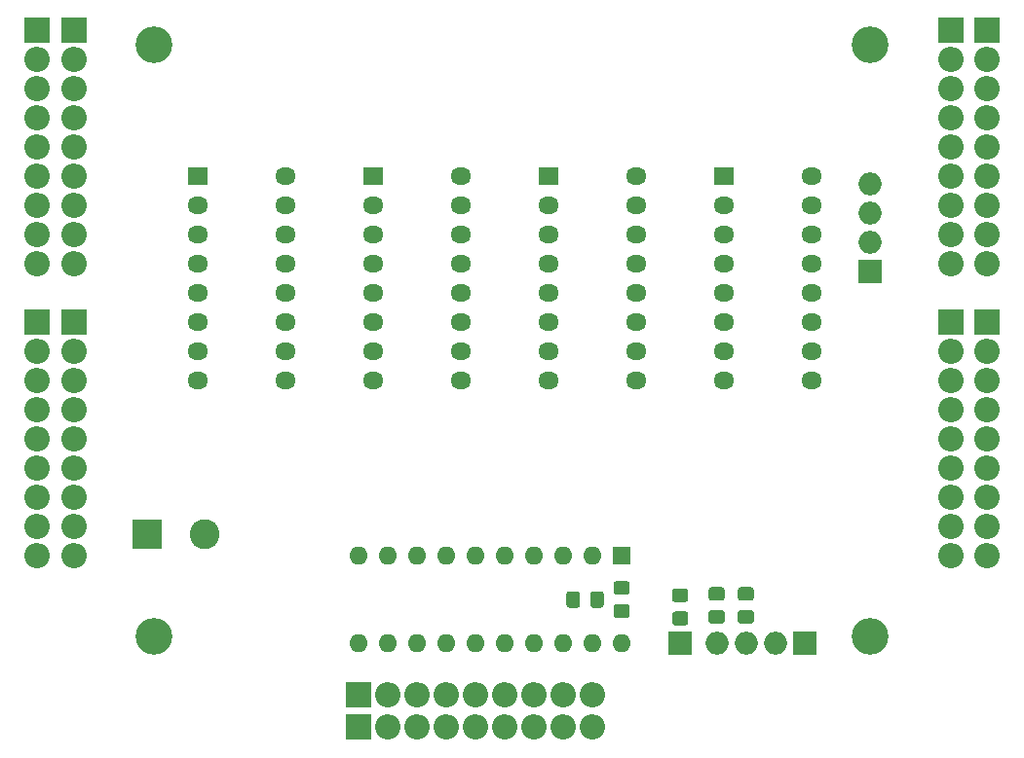
<source format=gbr>
%TF.GenerationSoftware,KiCad,Pcbnew,(5.1.8)-1*%
%TF.CreationDate,2023-07-01T01:21:54+03:00*%
%TF.ProjectId,MUX4x1,4d555834-7831-42e6-9b69-6361645f7063,rev?*%
%TF.SameCoordinates,Original*%
%TF.FileFunction,Soldermask,Bot*%
%TF.FilePolarity,Negative*%
%FSLAX46Y46*%
G04 Gerber Fmt 4.6, Leading zero omitted, Abs format (unit mm)*
G04 Created by KiCad (PCBNEW (5.1.8)-1) date 2023-07-01 01:21:54*
%MOMM*%
%LPD*%
G01*
G04 APERTURE LIST*
%ADD10O,2.000000X2.000000*%
%ADD11R,2.000000X2.000000*%
%ADD12C,3.200000*%
%ADD13O,2.200000X2.200000*%
%ADD14R,2.200000X2.200000*%
%ADD15O,1.800000X1.500000*%
%ADD16R,1.800000X1.500000*%
%ADD17R,2.600000X2.600000*%
%ADD18C,2.600000*%
%ADD19R,1.600000X1.600000*%
%ADD20O,1.600000X1.600000*%
G04 APERTURE END LIST*
%TO.C,R6*%
G36*
G01*
X133165001Y-110598000D02*
X132264999Y-110598000D01*
G75*
G02*
X132015000Y-110348001I0J249999D01*
G01*
X132015000Y-109647999D01*
G75*
G02*
X132264999Y-109398000I249999J0D01*
G01*
X133165001Y-109398000D01*
G75*
G02*
X133415000Y-109647999I0J-249999D01*
G01*
X133415000Y-110348001D01*
G75*
G02*
X133165001Y-110598000I-249999J0D01*
G01*
G37*
G36*
G01*
X133165001Y-112598000D02*
X132264999Y-112598000D01*
G75*
G02*
X132015000Y-112348001I0J249999D01*
G01*
X132015000Y-111647999D01*
G75*
G02*
X132264999Y-111398000I249999J0D01*
G01*
X133165001Y-111398000D01*
G75*
G02*
X133415000Y-111647999I0J-249999D01*
G01*
X133415000Y-112348001D01*
G75*
G02*
X133165001Y-112598000I-249999J0D01*
G01*
G37*
%TD*%
D10*
%TO.C,J14*%
X132715000Y-114300000D03*
X135255000Y-114300000D03*
X137795000Y-114300000D03*
D11*
X140335000Y-114300000D03*
%TD*%
D10*
%TO.C,J7*%
X146050000Y-74295000D03*
X146050000Y-76835000D03*
X146050000Y-79375000D03*
D11*
X146050000Y-81915000D03*
%TD*%
D12*
%TO.C,H4*%
X146050000Y-62230000D03*
%TD*%
%TO.C,R5*%
G36*
G01*
X129089999Y-111525000D02*
X129990001Y-111525000D01*
G75*
G02*
X130240000Y-111774999I0J-249999D01*
G01*
X130240000Y-112475001D01*
G75*
G02*
X129990001Y-112725000I-249999J0D01*
G01*
X129089999Y-112725000D01*
G75*
G02*
X128840000Y-112475001I0J249999D01*
G01*
X128840000Y-111774999D01*
G75*
G02*
X129089999Y-111525000I249999J0D01*
G01*
G37*
G36*
G01*
X129089999Y-109525000D02*
X129990001Y-109525000D01*
G75*
G02*
X130240000Y-109774999I0J-249999D01*
G01*
X130240000Y-110475001D01*
G75*
G02*
X129990001Y-110725000I-249999J0D01*
G01*
X129089999Y-110725000D01*
G75*
G02*
X128840000Y-110475001I0J249999D01*
G01*
X128840000Y-109774999D01*
G75*
G02*
X129089999Y-109525000I249999J0D01*
G01*
G37*
%TD*%
D11*
%TO.C,J13*%
X129540000Y-114300000D03*
%TD*%
%TO.C,C3*%
G36*
G01*
X120835000Y-110015000D02*
X120835000Y-110965000D01*
G75*
G02*
X120585000Y-111215000I-250000J0D01*
G01*
X119910000Y-111215000D01*
G75*
G02*
X119660000Y-110965000I0J250000D01*
G01*
X119660000Y-110015000D01*
G75*
G02*
X119910000Y-109765000I250000J0D01*
G01*
X120585000Y-109765000D01*
G75*
G02*
X120835000Y-110015000I0J-250000D01*
G01*
G37*
G36*
G01*
X122910000Y-110015000D02*
X122910000Y-110965000D01*
G75*
G02*
X122660000Y-111215000I-250000J0D01*
G01*
X121985000Y-111215000D01*
G75*
G02*
X121735000Y-110965000I0J250000D01*
G01*
X121735000Y-110015000D01*
G75*
G02*
X121985000Y-109765000I250000J0D01*
G01*
X122660000Y-109765000D01*
G75*
G02*
X122910000Y-110015000I0J-250000D01*
G01*
G37*
%TD*%
D12*
%TO.C,H3*%
X83820000Y-113665000D03*
%TD*%
D13*
%TO.C,J12*%
X121920000Y-121602500D03*
X119380000Y-121602500D03*
X116840000Y-121602500D03*
X114300000Y-121602500D03*
X111760000Y-121602500D03*
X109220000Y-121602500D03*
X106680000Y-121602500D03*
X104140000Y-121602500D03*
D14*
X101600000Y-121602500D03*
%TD*%
D13*
%TO.C,J11*%
X156210000Y-81280000D03*
X156210000Y-78740000D03*
X156210000Y-76200000D03*
X156210000Y-73660000D03*
X156210000Y-71120000D03*
X156210000Y-68580000D03*
X156210000Y-66040000D03*
X156210000Y-63500000D03*
D14*
X156210000Y-60960000D03*
%TD*%
D13*
%TO.C,J10*%
X73660000Y-81280000D03*
X73660000Y-78740000D03*
X73660000Y-76200000D03*
X73660000Y-73660000D03*
X73660000Y-71120000D03*
X73660000Y-68580000D03*
X73660000Y-66040000D03*
X73660000Y-63500000D03*
D14*
X73660000Y-60960000D03*
%TD*%
D13*
%TO.C,J9*%
X156210000Y-106680000D03*
X156210000Y-104140000D03*
X156210000Y-101600000D03*
X156210000Y-99060000D03*
X156210000Y-96520000D03*
X156210000Y-93980000D03*
X156210000Y-91440000D03*
X156210000Y-88900000D03*
D14*
X156210000Y-86360000D03*
%TD*%
D13*
%TO.C,J8*%
X73660000Y-106680000D03*
X73660000Y-104140000D03*
X73660000Y-101600000D03*
X73660000Y-99060000D03*
X73660000Y-96520000D03*
X73660000Y-93980000D03*
X73660000Y-91440000D03*
X73660000Y-88900000D03*
D14*
X73660000Y-86360000D03*
%TD*%
D15*
%TO.C,U2*%
X110490000Y-73660000D03*
X102870000Y-91440000D03*
X110490000Y-76200000D03*
X102870000Y-88900000D03*
X110490000Y-78740000D03*
X102870000Y-86360000D03*
X110490000Y-81280000D03*
X102870000Y-83820000D03*
X110490000Y-83820000D03*
X102870000Y-81280000D03*
X110490000Y-86360000D03*
X102870000Y-78740000D03*
X110490000Y-88900000D03*
X102870000Y-76200000D03*
X110490000Y-91440000D03*
D16*
X102870000Y-73660000D03*
%TD*%
%TO.C,R1*%
G36*
G01*
X135705001Y-110598000D02*
X134804999Y-110598000D01*
G75*
G02*
X134555000Y-110348001I0J249999D01*
G01*
X134555000Y-109647999D01*
G75*
G02*
X134804999Y-109398000I249999J0D01*
G01*
X135705001Y-109398000D01*
G75*
G02*
X135955000Y-109647999I0J-249999D01*
G01*
X135955000Y-110348001D01*
G75*
G02*
X135705001Y-110598000I-249999J0D01*
G01*
G37*
G36*
G01*
X135705001Y-112598000D02*
X134804999Y-112598000D01*
G75*
G02*
X134555000Y-112348001I0J249999D01*
G01*
X134555000Y-111647999D01*
G75*
G02*
X134804999Y-111398000I249999J0D01*
G01*
X135705001Y-111398000D01*
G75*
G02*
X135955000Y-111647999I0J-249999D01*
G01*
X135955000Y-112348001D01*
G75*
G02*
X135705001Y-112598000I-249999J0D01*
G01*
G37*
%TD*%
D12*
%TO.C,H1*%
X83820000Y-62230000D03*
%TD*%
%TO.C,H2*%
X146050000Y-113665000D03*
%TD*%
D17*
%TO.C,J1*%
X83185000Y-104775000D03*
D18*
X88185000Y-104775000D03*
%TD*%
D14*
%TO.C,J2*%
X76835000Y-86360000D03*
D13*
X76835000Y-88900000D03*
X76835000Y-91440000D03*
X76835000Y-93980000D03*
X76835000Y-96520000D03*
X76835000Y-99060000D03*
X76835000Y-101600000D03*
X76835000Y-104140000D03*
X76835000Y-106680000D03*
%TD*%
%TO.C,J3*%
X153035000Y-106680000D03*
X153035000Y-104140000D03*
X153035000Y-101600000D03*
X153035000Y-99060000D03*
X153035000Y-96520000D03*
X153035000Y-93980000D03*
X153035000Y-91440000D03*
X153035000Y-88900000D03*
D14*
X153035000Y-86360000D03*
%TD*%
%TO.C,J4*%
X76835000Y-60960000D03*
D13*
X76835000Y-63500000D03*
X76835000Y-66040000D03*
X76835000Y-68580000D03*
X76835000Y-71120000D03*
X76835000Y-73660000D03*
X76835000Y-76200000D03*
X76835000Y-78740000D03*
X76835000Y-81280000D03*
%TD*%
%TO.C,J5*%
X153035000Y-81280000D03*
X153035000Y-78740000D03*
X153035000Y-76200000D03*
X153035000Y-73660000D03*
X153035000Y-71120000D03*
X153035000Y-68580000D03*
X153035000Y-66040000D03*
X153035000Y-63500000D03*
D14*
X153035000Y-60960000D03*
%TD*%
%TO.C,J6*%
X101600000Y-118745000D03*
D13*
X104140000Y-118745000D03*
X106680000Y-118745000D03*
X109220000Y-118745000D03*
X111760000Y-118745000D03*
X114300000Y-118745000D03*
X116840000Y-118745000D03*
X119380000Y-118745000D03*
X121920000Y-118745000D03*
%TD*%
D16*
%TO.C,U1*%
X87630000Y-73660000D03*
D15*
X95250000Y-91440000D03*
X87630000Y-76200000D03*
X95250000Y-88900000D03*
X87630000Y-78740000D03*
X95250000Y-86360000D03*
X87630000Y-81280000D03*
X95250000Y-83820000D03*
X87630000Y-83820000D03*
X95250000Y-81280000D03*
X87630000Y-86360000D03*
X95250000Y-78740000D03*
X87630000Y-88900000D03*
X95250000Y-76200000D03*
X87630000Y-91440000D03*
X95250000Y-73660000D03*
%TD*%
D16*
%TO.C,U3*%
X118110000Y-73660000D03*
D15*
X125730000Y-91440000D03*
X118110000Y-76200000D03*
X125730000Y-88900000D03*
X118110000Y-78740000D03*
X125730000Y-86360000D03*
X118110000Y-81280000D03*
X125730000Y-83820000D03*
X118110000Y-83820000D03*
X125730000Y-81280000D03*
X118110000Y-86360000D03*
X125730000Y-78740000D03*
X118110000Y-88900000D03*
X125730000Y-76200000D03*
X118110000Y-91440000D03*
X125730000Y-73660000D03*
%TD*%
%TO.C,U4*%
X140970000Y-73660000D03*
X133350000Y-91440000D03*
X140970000Y-76200000D03*
X133350000Y-88900000D03*
X140970000Y-78740000D03*
X133350000Y-86360000D03*
X140970000Y-81280000D03*
X133350000Y-83820000D03*
X140970000Y-83820000D03*
X133350000Y-81280000D03*
X140970000Y-86360000D03*
X133350000Y-78740000D03*
X140970000Y-88900000D03*
X133350000Y-76200000D03*
X140970000Y-91440000D03*
D16*
X133350000Y-73660000D03*
%TD*%
%TO.C,R4*%
G36*
G01*
X124009999Y-108890000D02*
X124910001Y-108890000D01*
G75*
G02*
X125160000Y-109139999I0J-249999D01*
G01*
X125160000Y-109840001D01*
G75*
G02*
X124910001Y-110090000I-249999J0D01*
G01*
X124009999Y-110090000D01*
G75*
G02*
X123760000Y-109840001I0J249999D01*
G01*
X123760000Y-109139999D01*
G75*
G02*
X124009999Y-108890000I249999J0D01*
G01*
G37*
G36*
G01*
X124009999Y-110890000D02*
X124910001Y-110890000D01*
G75*
G02*
X125160000Y-111139999I0J-249999D01*
G01*
X125160000Y-111840001D01*
G75*
G02*
X124910001Y-112090000I-249999J0D01*
G01*
X124009999Y-112090000D01*
G75*
G02*
X123760000Y-111840001I0J249999D01*
G01*
X123760000Y-111139999D01*
G75*
G02*
X124009999Y-110890000I249999J0D01*
G01*
G37*
%TD*%
D19*
%TO.C,U5*%
X124460000Y-106680000D03*
D20*
X101600000Y-114300000D03*
X121920000Y-106680000D03*
X104140000Y-114300000D03*
X119380000Y-106680000D03*
X106680000Y-114300000D03*
X116840000Y-106680000D03*
X109220000Y-114300000D03*
X114300000Y-106680000D03*
X111760000Y-114300000D03*
X111760000Y-106680000D03*
X114300000Y-114300000D03*
X109220000Y-106680000D03*
X116840000Y-114300000D03*
X106680000Y-106680000D03*
X119380000Y-114300000D03*
X104140000Y-106680000D03*
X121920000Y-114300000D03*
X101600000Y-106680000D03*
X124460000Y-114300000D03*
%TD*%
M02*

</source>
